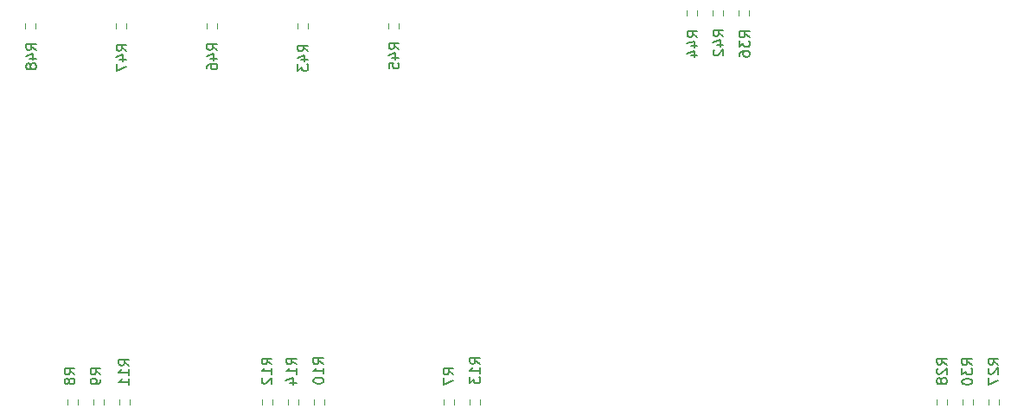
<source format=gbr>
%TF.GenerationSoftware,KiCad,Pcbnew,(6.0.2)*%
%TF.CreationDate,2022-03-23T19:52:23-07:00*%
%TF.ProjectId,main,6d61696e-2e6b-4696-9361-645f70636258,rev?*%
%TF.SameCoordinates,Original*%
%TF.FileFunction,Legend,Bot*%
%TF.FilePolarity,Positive*%
%FSLAX46Y46*%
G04 Gerber Fmt 4.6, Leading zero omitted, Abs format (unit mm)*
G04 Created by KiCad (PCBNEW (6.0.2)) date 2022-03-23 19:52:23*
%MOMM*%
%LPD*%
G01*
G04 APERTURE LIST*
%ADD10C,0.150000*%
%ADD11C,0.120000*%
G04 APERTURE END LIST*
D10*
%TO.C,R7*%
X148104880Y-140803333D02*
X147628690Y-140470000D01*
X148104880Y-140231904D02*
X147104880Y-140231904D01*
X147104880Y-140612857D01*
X147152500Y-140708095D01*
X147200119Y-140755714D01*
X147295357Y-140803333D01*
X147438214Y-140803333D01*
X147533452Y-140755714D01*
X147581071Y-140708095D01*
X147628690Y-140612857D01*
X147628690Y-140231904D01*
X147104880Y-141136666D02*
X147104880Y-141803333D01*
X148104880Y-141374761D01*
%TO.C,R9*%
X113560880Y-140803333D02*
X113084690Y-140470000D01*
X113560880Y-140231904D02*
X112560880Y-140231904D01*
X112560880Y-140612857D01*
X112608500Y-140708095D01*
X112656119Y-140755714D01*
X112751357Y-140803333D01*
X112894214Y-140803333D01*
X112989452Y-140755714D01*
X113037071Y-140708095D01*
X113084690Y-140612857D01*
X113084690Y-140231904D01*
X113560880Y-141279523D02*
X113560880Y-141470000D01*
X113513261Y-141565238D01*
X113465642Y-141612857D01*
X113322785Y-141708095D01*
X113132309Y-141755714D01*
X112751357Y-141755714D01*
X112656119Y-141708095D01*
X112608500Y-141660476D01*
X112560880Y-141565238D01*
X112560880Y-141374761D01*
X112608500Y-141279523D01*
X112656119Y-141231904D01*
X112751357Y-141184285D01*
X112989452Y-141184285D01*
X113084690Y-141231904D01*
X113132309Y-141279523D01*
X113179928Y-141374761D01*
X113179928Y-141565238D01*
X113132309Y-141660476D01*
X113084690Y-141708095D01*
X112989452Y-141755714D01*
%TO.C,R36*%
X177091778Y-107790079D02*
X176615588Y-107456746D01*
X177091778Y-107218651D02*
X176091778Y-107218651D01*
X176091778Y-107599603D01*
X176139398Y-107694841D01*
X176187017Y-107742460D01*
X176282255Y-107790079D01*
X176425112Y-107790079D01*
X176520350Y-107742460D01*
X176567969Y-107694841D01*
X176615588Y-107599603D01*
X176615588Y-107218651D01*
X176091778Y-108123413D02*
X176091778Y-108742460D01*
X176472731Y-108409127D01*
X176472731Y-108551984D01*
X176520350Y-108647222D01*
X176567969Y-108694841D01*
X176663207Y-108742460D01*
X176901302Y-108742460D01*
X176996540Y-108694841D01*
X177044159Y-108647222D01*
X177091778Y-108551984D01*
X177091778Y-108266270D01*
X177044159Y-108171032D01*
X176996540Y-108123413D01*
X176091778Y-109599603D02*
X176091778Y-109409127D01*
X176139398Y-109313889D01*
X176187017Y-109266270D01*
X176329874Y-109171032D01*
X176520350Y-109123413D01*
X176901302Y-109123413D01*
X176996540Y-109171032D01*
X177044159Y-109218651D01*
X177091778Y-109313889D01*
X177091778Y-109504365D01*
X177044159Y-109599603D01*
X176996540Y-109647222D01*
X176901302Y-109694841D01*
X176663207Y-109694841D01*
X176567969Y-109647222D01*
X176520350Y-109599603D01*
X176472731Y-109504365D01*
X176472731Y-109313889D01*
X176520350Y-109218651D01*
X176567969Y-109171032D01*
X176663207Y-109123413D01*
%TO.C,R28*%
X196407350Y-139832239D02*
X195931160Y-139498906D01*
X196407350Y-139260811D02*
X195407350Y-139260811D01*
X195407350Y-139641763D01*
X195454970Y-139737001D01*
X195502589Y-139784620D01*
X195597827Y-139832239D01*
X195740684Y-139832239D01*
X195835922Y-139784620D01*
X195883541Y-139737001D01*
X195931160Y-139641763D01*
X195931160Y-139260811D01*
X195502589Y-140213192D02*
X195454970Y-140260811D01*
X195407350Y-140356049D01*
X195407350Y-140594144D01*
X195454970Y-140689382D01*
X195502589Y-140737001D01*
X195597827Y-140784620D01*
X195693065Y-140784620D01*
X195835922Y-140737001D01*
X196407350Y-140165573D01*
X196407350Y-140784620D01*
X195835922Y-141356049D02*
X195788303Y-141260811D01*
X195740684Y-141213192D01*
X195645446Y-141165573D01*
X195597827Y-141165573D01*
X195502589Y-141213192D01*
X195454970Y-141260811D01*
X195407350Y-141356049D01*
X195407350Y-141546525D01*
X195454970Y-141641763D01*
X195502589Y-141689382D01*
X195597827Y-141737001D01*
X195645446Y-141737001D01*
X195740684Y-141689382D01*
X195788303Y-141641763D01*
X195835922Y-141546525D01*
X195835922Y-141356049D01*
X195883541Y-141260811D01*
X195931160Y-141213192D01*
X196026398Y-141165573D01*
X196216874Y-141165573D01*
X196312112Y-141213192D01*
X196359731Y-141260811D01*
X196407350Y-141356049D01*
X196407350Y-141546525D01*
X196359731Y-141641763D01*
X196312112Y-141689382D01*
X196216874Y-141737001D01*
X196026398Y-141737001D01*
X195931160Y-141689382D01*
X195883541Y-141641763D01*
X195835922Y-141546525D01*
%TO.C,R46*%
X124981099Y-109029944D02*
X124504909Y-108696611D01*
X124981099Y-108458516D02*
X123981099Y-108458516D01*
X123981099Y-108839468D01*
X124028719Y-108934706D01*
X124076338Y-108982325D01*
X124171576Y-109029944D01*
X124314433Y-109029944D01*
X124409671Y-108982325D01*
X124457290Y-108934706D01*
X124504909Y-108839468D01*
X124504909Y-108458516D01*
X124314433Y-109887087D02*
X124981099Y-109887087D01*
X123933480Y-109648992D02*
X124647766Y-109410897D01*
X124647766Y-110029944D01*
X123981099Y-110839468D02*
X123981099Y-110648992D01*
X124028719Y-110553754D01*
X124076338Y-110506135D01*
X124219195Y-110410897D01*
X124409671Y-110363278D01*
X124790623Y-110363278D01*
X124885861Y-110410897D01*
X124933480Y-110458516D01*
X124981099Y-110553754D01*
X124981099Y-110744230D01*
X124933480Y-110839468D01*
X124885861Y-110887087D01*
X124790623Y-110934706D01*
X124552528Y-110934706D01*
X124457290Y-110887087D01*
X124409671Y-110839468D01*
X124362052Y-110744230D01*
X124362052Y-110553754D01*
X124409671Y-110458516D01*
X124457290Y-110410897D01*
X124552528Y-110363278D01*
%TO.C,R30*%
X198885192Y-139884369D02*
X198409002Y-139551036D01*
X198885192Y-139312941D02*
X197885192Y-139312941D01*
X197885192Y-139693893D01*
X197932812Y-139789131D01*
X197980431Y-139836750D01*
X198075669Y-139884369D01*
X198218526Y-139884369D01*
X198313764Y-139836750D01*
X198361383Y-139789131D01*
X198409002Y-139693893D01*
X198409002Y-139312941D01*
X197885192Y-140217703D02*
X197885192Y-140836750D01*
X198266145Y-140503417D01*
X198266145Y-140646274D01*
X198313764Y-140741512D01*
X198361383Y-140789131D01*
X198456621Y-140836750D01*
X198694716Y-140836750D01*
X198789954Y-140789131D01*
X198837573Y-140741512D01*
X198885192Y-140646274D01*
X198885192Y-140360560D01*
X198837573Y-140265322D01*
X198789954Y-140217703D01*
X197885192Y-141455798D02*
X197885192Y-141551036D01*
X197932812Y-141646274D01*
X197980431Y-141693893D01*
X198075669Y-141741512D01*
X198266145Y-141789131D01*
X198504240Y-141789131D01*
X198694716Y-141741512D01*
X198789954Y-141693893D01*
X198837573Y-141646274D01*
X198885192Y-141551036D01*
X198885192Y-141455798D01*
X198837573Y-141360560D01*
X198789954Y-141312941D01*
X198694716Y-141265322D01*
X198504240Y-141217703D01*
X198266145Y-141217703D01*
X198075669Y-141265322D01*
X197980431Y-141312941D01*
X197932812Y-141360560D01*
X197885192Y-141455798D01*
%TO.C,R44*%
X171991341Y-107779816D02*
X171515151Y-107446483D01*
X171991341Y-107208388D02*
X170991341Y-107208388D01*
X170991341Y-107589340D01*
X171038961Y-107684578D01*
X171086580Y-107732197D01*
X171181818Y-107779816D01*
X171324675Y-107779816D01*
X171419913Y-107732197D01*
X171467532Y-107684578D01*
X171515151Y-107589340D01*
X171515151Y-107208388D01*
X171324675Y-108636959D02*
X171991341Y-108636959D01*
X170943722Y-108398864D02*
X171658008Y-108160769D01*
X171658008Y-108779816D01*
X171324675Y-109589340D02*
X171991341Y-109589340D01*
X170943722Y-109351245D02*
X171658008Y-109113150D01*
X171658008Y-109732197D01*
%TO.C,R48*%
X107256695Y-109016449D02*
X106780505Y-108683116D01*
X107256695Y-108445021D02*
X106256695Y-108445021D01*
X106256695Y-108825973D01*
X106304315Y-108921211D01*
X106351934Y-108968830D01*
X106447172Y-109016449D01*
X106590029Y-109016449D01*
X106685267Y-108968830D01*
X106732886Y-108921211D01*
X106780505Y-108825973D01*
X106780505Y-108445021D01*
X106590029Y-109873592D02*
X107256695Y-109873592D01*
X106209076Y-109635497D02*
X106923362Y-109397402D01*
X106923362Y-110016449D01*
X106685267Y-110540259D02*
X106637648Y-110445021D01*
X106590029Y-110397402D01*
X106494791Y-110349783D01*
X106447172Y-110349783D01*
X106351934Y-110397402D01*
X106304315Y-110445021D01*
X106256695Y-110540259D01*
X106256695Y-110730735D01*
X106304315Y-110825973D01*
X106351934Y-110873592D01*
X106447172Y-110921211D01*
X106494791Y-110921211D01*
X106590029Y-110873592D01*
X106637648Y-110825973D01*
X106685267Y-110730735D01*
X106685267Y-110540259D01*
X106732886Y-110445021D01*
X106780505Y-110397402D01*
X106875743Y-110349783D01*
X107066219Y-110349783D01*
X107161457Y-110397402D01*
X107209076Y-110445021D01*
X107256695Y-110540259D01*
X107256695Y-110730735D01*
X107209076Y-110825973D01*
X107161457Y-110873592D01*
X107066219Y-110921211D01*
X106875743Y-110921211D01*
X106780505Y-110873592D01*
X106732886Y-110825973D01*
X106685267Y-110730735D01*
%TO.C,R11*%
X116341755Y-139924111D02*
X115865565Y-139590778D01*
X116341755Y-139352683D02*
X115341755Y-139352683D01*
X115341755Y-139733635D01*
X115389375Y-139828873D01*
X115436994Y-139876492D01*
X115532232Y-139924111D01*
X115675089Y-139924111D01*
X115770327Y-139876492D01*
X115817946Y-139828873D01*
X115865565Y-139733635D01*
X115865565Y-139352683D01*
X116341755Y-140876492D02*
X116341755Y-140305064D01*
X116341755Y-140590778D02*
X115341755Y-140590778D01*
X115484613Y-140495540D01*
X115579851Y-140400302D01*
X115627470Y-140305064D01*
X116341755Y-141828873D02*
X116341755Y-141257445D01*
X116341755Y-141543159D02*
X115341755Y-141543159D01*
X115484613Y-141447921D01*
X115579851Y-141352683D01*
X115627470Y-141257445D01*
%TO.C,R13*%
X150709695Y-139757882D02*
X150233505Y-139424549D01*
X150709695Y-139186454D02*
X149709695Y-139186454D01*
X149709695Y-139567406D01*
X149757315Y-139662644D01*
X149804934Y-139710263D01*
X149900172Y-139757882D01*
X150043029Y-139757882D01*
X150138267Y-139710263D01*
X150185886Y-139662644D01*
X150233505Y-139567406D01*
X150233505Y-139186454D01*
X150709695Y-140710263D02*
X150709695Y-140138835D01*
X150709695Y-140424549D02*
X149709695Y-140424549D01*
X149852553Y-140329311D01*
X149947791Y-140234073D01*
X149995410Y-140138835D01*
X149709695Y-141043597D02*
X149709695Y-141662644D01*
X150090648Y-141329311D01*
X150090648Y-141472168D01*
X150138267Y-141567406D01*
X150185886Y-141615025D01*
X150281124Y-141662644D01*
X150519219Y-141662644D01*
X150614457Y-141615025D01*
X150662076Y-141567406D01*
X150709695Y-141472168D01*
X150709695Y-141186454D01*
X150662076Y-141091216D01*
X150614457Y-141043597D01*
%TO.C,R45*%
X142768031Y-108960854D02*
X142291841Y-108627521D01*
X142768031Y-108389426D02*
X141768031Y-108389426D01*
X141768031Y-108770378D01*
X141815651Y-108865616D01*
X141863270Y-108913235D01*
X141958508Y-108960854D01*
X142101365Y-108960854D01*
X142196603Y-108913235D01*
X142244222Y-108865616D01*
X142291841Y-108770378D01*
X142291841Y-108389426D01*
X142101365Y-109817997D02*
X142768031Y-109817997D01*
X141720412Y-109579902D02*
X142434698Y-109341807D01*
X142434698Y-109960854D01*
X141768031Y-110817997D02*
X141768031Y-110341807D01*
X142244222Y-110294188D01*
X142196603Y-110341807D01*
X142148984Y-110437045D01*
X142148984Y-110675140D01*
X142196603Y-110770378D01*
X142244222Y-110817997D01*
X142339460Y-110865616D01*
X142577555Y-110865616D01*
X142672793Y-110817997D01*
X142720412Y-110770378D01*
X142768031Y-110675140D01*
X142768031Y-110437045D01*
X142720412Y-110341807D01*
X142672793Y-110294188D01*
%TO.C,R27*%
X201453629Y-139823490D02*
X200977439Y-139490157D01*
X201453629Y-139252062D02*
X200453629Y-139252062D01*
X200453629Y-139633014D01*
X200501249Y-139728252D01*
X200548868Y-139775871D01*
X200644106Y-139823490D01*
X200786963Y-139823490D01*
X200882201Y-139775871D01*
X200929820Y-139728252D01*
X200977439Y-139633014D01*
X200977439Y-139252062D01*
X200548868Y-140204443D02*
X200501249Y-140252062D01*
X200453629Y-140347300D01*
X200453629Y-140585395D01*
X200501249Y-140680633D01*
X200548868Y-140728252D01*
X200644106Y-140775871D01*
X200739344Y-140775871D01*
X200882201Y-140728252D01*
X201453629Y-140156824D01*
X201453629Y-140775871D01*
X200453629Y-141109205D02*
X200453629Y-141775871D01*
X201453629Y-141347300D01*
%TO.C,R12*%
X130324880Y-139819142D02*
X129848690Y-139485809D01*
X130324880Y-139247714D02*
X129324880Y-139247714D01*
X129324880Y-139628666D01*
X129372500Y-139723904D01*
X129420119Y-139771523D01*
X129515357Y-139819142D01*
X129658214Y-139819142D01*
X129753452Y-139771523D01*
X129801071Y-139723904D01*
X129848690Y-139628666D01*
X129848690Y-139247714D01*
X130324880Y-140771523D02*
X130324880Y-140200095D01*
X130324880Y-140485809D02*
X129324880Y-140485809D01*
X129467738Y-140390571D01*
X129562976Y-140295333D01*
X129610595Y-140200095D01*
X129420119Y-141152476D02*
X129372500Y-141200095D01*
X129324880Y-141295333D01*
X129324880Y-141533428D01*
X129372500Y-141628666D01*
X129420119Y-141676285D01*
X129515357Y-141723904D01*
X129610595Y-141723904D01*
X129753452Y-141676285D01*
X130324880Y-141104857D01*
X130324880Y-141723904D01*
%TO.C,R47*%
X116101128Y-109108322D02*
X115624938Y-108774989D01*
X116101128Y-108536894D02*
X115101128Y-108536894D01*
X115101128Y-108917846D01*
X115148748Y-109013084D01*
X115196367Y-109060703D01*
X115291605Y-109108322D01*
X115434462Y-109108322D01*
X115529700Y-109060703D01*
X115577319Y-109013084D01*
X115624938Y-108917846D01*
X115624938Y-108536894D01*
X115434462Y-109965465D02*
X116101128Y-109965465D01*
X115053509Y-109727370D02*
X115767795Y-109489275D01*
X115767795Y-110108322D01*
X115101128Y-110394037D02*
X115101128Y-111060703D01*
X116101128Y-110632132D01*
%TO.C,R8*%
X111020880Y-140803333D02*
X110544690Y-140470000D01*
X111020880Y-140231904D02*
X110020880Y-140231904D01*
X110020880Y-140612857D01*
X110068500Y-140708095D01*
X110116119Y-140755714D01*
X110211357Y-140803333D01*
X110354214Y-140803333D01*
X110449452Y-140755714D01*
X110497071Y-140708095D01*
X110544690Y-140612857D01*
X110544690Y-140231904D01*
X110449452Y-141374761D02*
X110401833Y-141279523D01*
X110354214Y-141231904D01*
X110258976Y-141184285D01*
X110211357Y-141184285D01*
X110116119Y-141231904D01*
X110068500Y-141279523D01*
X110020880Y-141374761D01*
X110020880Y-141565238D01*
X110068500Y-141660476D01*
X110116119Y-141708095D01*
X110211357Y-141755714D01*
X110258976Y-141755714D01*
X110354214Y-141708095D01*
X110401833Y-141660476D01*
X110449452Y-141565238D01*
X110449452Y-141374761D01*
X110497071Y-141279523D01*
X110544690Y-141231904D01*
X110639928Y-141184285D01*
X110830404Y-141184285D01*
X110925642Y-141231904D01*
X110973261Y-141279523D01*
X111020880Y-141374761D01*
X111020880Y-141565238D01*
X110973261Y-141660476D01*
X110925642Y-141708095D01*
X110830404Y-141755714D01*
X110639928Y-141755714D01*
X110544690Y-141708095D01*
X110497071Y-141660476D01*
X110449452Y-141565238D01*
%TO.C,R42*%
X174533513Y-107680826D02*
X174057323Y-107347493D01*
X174533513Y-107109398D02*
X173533513Y-107109398D01*
X173533513Y-107490350D01*
X173581133Y-107585588D01*
X173628752Y-107633207D01*
X173723990Y-107680826D01*
X173866847Y-107680826D01*
X173962085Y-107633207D01*
X174009704Y-107585588D01*
X174057323Y-107490350D01*
X174057323Y-107109398D01*
X173866847Y-108537969D02*
X174533513Y-108537969D01*
X173485894Y-108299874D02*
X174200180Y-108061779D01*
X174200180Y-108680826D01*
X173628752Y-109014160D02*
X173581133Y-109061779D01*
X173533513Y-109157017D01*
X173533513Y-109395112D01*
X173581133Y-109490350D01*
X173628752Y-109537969D01*
X173723990Y-109585588D01*
X173819228Y-109585588D01*
X173962085Y-109537969D01*
X174533513Y-108966541D01*
X174533513Y-109585588D01*
%TO.C,R43*%
X133861810Y-109152433D02*
X133385620Y-108819100D01*
X133861810Y-108581005D02*
X132861810Y-108581005D01*
X132861810Y-108961957D01*
X132909430Y-109057195D01*
X132957049Y-109104814D01*
X133052287Y-109152433D01*
X133195144Y-109152433D01*
X133290382Y-109104814D01*
X133338001Y-109057195D01*
X133385620Y-108961957D01*
X133385620Y-108581005D01*
X133195144Y-110009576D02*
X133861810Y-110009576D01*
X132814191Y-109771481D02*
X133528477Y-109533386D01*
X133528477Y-110152433D01*
X132861810Y-110438148D02*
X132861810Y-111057195D01*
X133242763Y-110723862D01*
X133242763Y-110866719D01*
X133290382Y-110961957D01*
X133338001Y-111009576D01*
X133433239Y-111057195D01*
X133671334Y-111057195D01*
X133766572Y-111009576D01*
X133814191Y-110961957D01*
X133861810Y-110866719D01*
X133861810Y-110581005D01*
X133814191Y-110485767D01*
X133766572Y-110438148D01*
%TO.C,R14*%
X132737880Y-139819142D02*
X132261690Y-139485809D01*
X132737880Y-139247714D02*
X131737880Y-139247714D01*
X131737880Y-139628666D01*
X131785500Y-139723904D01*
X131833119Y-139771523D01*
X131928357Y-139819142D01*
X132071214Y-139819142D01*
X132166452Y-139771523D01*
X132214071Y-139723904D01*
X132261690Y-139628666D01*
X132261690Y-139247714D01*
X132737880Y-140771523D02*
X132737880Y-140200095D01*
X132737880Y-140485809D02*
X131737880Y-140485809D01*
X131880738Y-140390571D01*
X131975976Y-140295333D01*
X132023595Y-140200095D01*
X132071214Y-141628666D02*
X132737880Y-141628666D01*
X131690261Y-141390571D02*
X132404547Y-141152476D01*
X132404547Y-141771523D01*
%TO.C,R10*%
X135384823Y-139789029D02*
X134908633Y-139455696D01*
X135384823Y-139217601D02*
X134384823Y-139217601D01*
X134384823Y-139598553D01*
X134432443Y-139693791D01*
X134480062Y-139741410D01*
X134575300Y-139789029D01*
X134718157Y-139789029D01*
X134813395Y-139741410D01*
X134861014Y-139693791D01*
X134908633Y-139598553D01*
X134908633Y-139217601D01*
X135384823Y-140741410D02*
X135384823Y-140169982D01*
X135384823Y-140455696D02*
X134384823Y-140455696D01*
X134527681Y-140360458D01*
X134622919Y-140265220D01*
X134670538Y-140169982D01*
X134384823Y-141360458D02*
X134384823Y-141455696D01*
X134432443Y-141550934D01*
X134480062Y-141598553D01*
X134575300Y-141646172D01*
X134765776Y-141693791D01*
X135003871Y-141693791D01*
X135194347Y-141646172D01*
X135289585Y-141598553D01*
X135337204Y-141550934D01*
X135384823Y-141455696D01*
X135384823Y-141360458D01*
X135337204Y-141265220D01*
X135289585Y-141217601D01*
X135194347Y-141169982D01*
X135003871Y-141122363D01*
X134765776Y-141122363D01*
X134575300Y-141169982D01*
X134480062Y-141217601D01*
X134432443Y-141265220D01*
X134384823Y-141360458D01*
D11*
%TO.C,R7*%
X148175000Y-143272742D02*
X148175000Y-143747258D01*
X147130000Y-143272742D02*
X147130000Y-143747258D01*
%TO.C,R9*%
X113885000Y-143272742D02*
X113885000Y-143747258D01*
X112840000Y-143272742D02*
X112840000Y-143747258D01*
%TO.C,R36*%
X177052500Y-105172742D02*
X177052500Y-105647258D01*
X176007500Y-105172742D02*
X176007500Y-105647258D01*
%TO.C,R28*%
X195390000Y-143272742D02*
X195390000Y-143747258D01*
X196435000Y-143272742D02*
X196435000Y-143747258D01*
%TO.C,R46*%
X123937500Y-106442742D02*
X123937500Y-106917258D01*
X124982500Y-106442742D02*
X124982500Y-106917258D01*
%TO.C,R30*%
X197930000Y-143272742D02*
X197930000Y-143747258D01*
X198975000Y-143272742D02*
X198975000Y-143747258D01*
%TO.C,R44*%
X171972500Y-105172742D02*
X171972500Y-105647258D01*
X170927500Y-105172742D02*
X170927500Y-105647258D01*
%TO.C,R48*%
X106157500Y-106442742D02*
X106157500Y-106917258D01*
X107202500Y-106442742D02*
X107202500Y-106917258D01*
%TO.C,R11*%
X115380000Y-143272742D02*
X115380000Y-143747258D01*
X116425000Y-143272742D02*
X116425000Y-143747258D01*
%TO.C,R13*%
X150715000Y-143272742D02*
X150715000Y-143747258D01*
X149670000Y-143272742D02*
X149670000Y-143747258D01*
%TO.C,R45*%
X142762500Y-106442742D02*
X142762500Y-106917258D01*
X141717500Y-106442742D02*
X141717500Y-106917258D01*
%TO.C,R27*%
X200470000Y-143272742D02*
X200470000Y-143747258D01*
X201515000Y-143272742D02*
X201515000Y-143747258D01*
%TO.C,R12*%
X130395000Y-143272742D02*
X130395000Y-143747258D01*
X129350000Y-143272742D02*
X129350000Y-143747258D01*
%TO.C,R47*%
X116092500Y-106442742D02*
X116092500Y-106917258D01*
X115047500Y-106442742D02*
X115047500Y-106917258D01*
%TO.C,R8*%
X111345000Y-143272742D02*
X111345000Y-143747258D01*
X110300000Y-143272742D02*
X110300000Y-143747258D01*
%TO.C,R42*%
X174512500Y-105172742D02*
X174512500Y-105647258D01*
X173467500Y-105172742D02*
X173467500Y-105647258D01*
%TO.C,R43*%
X133872500Y-106442742D02*
X133872500Y-106917258D01*
X132827500Y-106442742D02*
X132827500Y-106917258D01*
%TO.C,R14*%
X132935000Y-143272742D02*
X132935000Y-143747258D01*
X131890000Y-143272742D02*
X131890000Y-143747258D01*
%TO.C,R10*%
X135475000Y-143272742D02*
X135475000Y-143747258D01*
X134430000Y-143272742D02*
X134430000Y-143747258D01*
%TD*%
M02*

</source>
